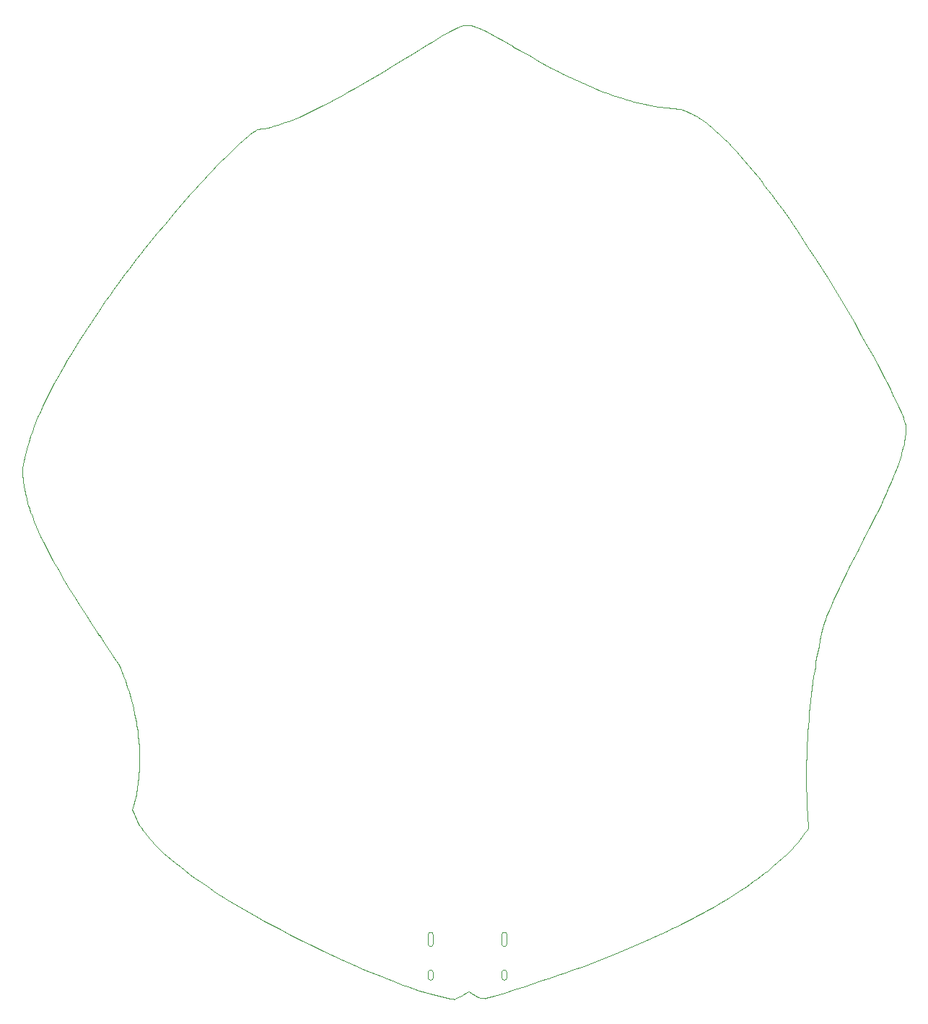
<source format=gbr>
G04 #@! TF.GenerationSoftware,KiCad,Pcbnew,(5.1.10)-1*
G04 #@! TF.CreationDate,2021-10-13T01:49:27-04:00*
G04 #@! TF.ProjectId,ScryptKeeper,53637279-7074-44b6-9565-7065722e6b69,rev?*
G04 #@! TF.SameCoordinates,Original*
G04 #@! TF.FileFunction,Profile,NP*
%FSLAX46Y46*%
G04 Gerber Fmt 4.6, Leading zero omitted, Abs format (unit mm)*
G04 Created by KiCad (PCBNEW (5.1.10)-1) date 2021-10-13 01:49:27*
%MOMM*%
%LPD*%
G01*
G04 APERTURE LIST*
G04 #@! TA.AperFunction,Profile*
%ADD10C,0.100000*%
G04 #@! TD*
G04 APERTURE END LIST*
D10*
X120373253Y-88966862D02*
X120357643Y-88866850D01*
X120357643Y-88866850D02*
X120344149Y-88802822D01*
X120344149Y-88802822D02*
X120296525Y-88604386D01*
X120296525Y-88604386D02*
X120221649Y-88362030D01*
X120221649Y-88362030D02*
X120151005Y-88157245D01*
X120151005Y-88157245D02*
X120077981Y-87958809D01*
X120077981Y-87958809D02*
X120002840Y-87768311D01*
X120002840Y-87768311D02*
X119852029Y-87403190D01*
X119852029Y-87403190D02*
X119692752Y-87034894D01*
X119692752Y-87034894D02*
X119531622Y-86672153D01*
X119531622Y-86672153D02*
X119206981Y-85969163D01*
X119206981Y-85969163D02*
X118887633Y-85301625D01*
X118887633Y-85301625D02*
X118582042Y-84678009D01*
X118582042Y-84678009D02*
X118219037Y-83953058D01*
X118219037Y-83953058D02*
X117854709Y-83239748D01*
X117854709Y-83239748D02*
X117492498Y-82542843D01*
X117492498Y-82542843D02*
X117135844Y-81866045D01*
X117135844Y-81866045D02*
X116451902Y-80592618D01*
X116451902Y-80592618D02*
X115830402Y-79455186D01*
X115830402Y-79455186D02*
X115071849Y-78101856D01*
X115071849Y-78101856D02*
X114317530Y-76778688D01*
X114317530Y-76778688D02*
X113565856Y-75483830D01*
X113565856Y-75483830D02*
X112815505Y-74214372D01*
X112815505Y-74214372D02*
X112065154Y-72968726D01*
X112065154Y-72968726D02*
X111313480Y-71744511D01*
X111313480Y-71744511D02*
X110559161Y-70539346D01*
X110559161Y-70539346D02*
X109800608Y-69350849D01*
X109800608Y-69350849D02*
X108885159Y-67943280D01*
X108885159Y-67943280D02*
X108437223Y-67265689D01*
X108437223Y-67265689D02*
X107995374Y-66604502D01*
X107995374Y-66604502D02*
X107558815Y-65958925D01*
X107558815Y-65958925D02*
X107127549Y-65328773D01*
X107127549Y-65328773D02*
X106700780Y-64713041D01*
X106700780Y-64713041D02*
X106277980Y-64111146D01*
X106277980Y-64111146D02*
X105858884Y-63522454D01*
X105858884Y-63522454D02*
X105442963Y-62946277D01*
X105442963Y-62946277D02*
X105029953Y-62381926D01*
X105029953Y-62381926D02*
X104618795Y-61828767D01*
X104618795Y-61828767D02*
X104209488Y-61286165D01*
X104209488Y-61286165D02*
X103801505Y-60753405D01*
X103801505Y-60753405D02*
X103394580Y-60229853D01*
X103394580Y-60229853D02*
X102987654Y-59714820D01*
X102987654Y-59714820D02*
X102443941Y-59040113D01*
X102443941Y-59040113D02*
X101921394Y-58406337D01*
X101921394Y-58406337D02*
X101416574Y-57809601D01*
X101416574Y-57809601D02*
X100926306Y-57245939D01*
X100926306Y-57245939D02*
X100446621Y-56711433D01*
X100446621Y-56711433D02*
X99974345Y-56202141D01*
X99974345Y-56202141D02*
X99505772Y-55714096D01*
X99505772Y-55714096D02*
X99037464Y-55243407D01*
X99037464Y-55243407D02*
X98730286Y-54945965D01*
X98730286Y-54945965D02*
X98430516Y-54664107D01*
X98430516Y-54664107D02*
X98137625Y-54396828D01*
X98137625Y-54396828D02*
X97849762Y-54143069D01*
X97849762Y-54143069D02*
X97566131Y-53901877D01*
X97566131Y-53901877D02*
X97285411Y-53672168D01*
X97285411Y-53672168D02*
X97006278Y-53452936D01*
X97006278Y-53452936D02*
X96727675Y-53243177D01*
X96727675Y-53243177D02*
X96504633Y-53080777D01*
X96504633Y-53080777D02*
X96277888Y-52928326D01*
X96277888Y-52928326D02*
X96071515Y-52788098D01*
X96071515Y-52788098D02*
X95910120Y-52690203D01*
X95910120Y-52690203D02*
X95648450Y-52532778D01*
X95648450Y-52532778D02*
X95513249Y-52456552D01*
X95513249Y-52456552D02*
X95373021Y-52383289D01*
X95373021Y-52383289D02*
X95169030Y-52280341D01*
X95169030Y-52280341D02*
X94976150Y-52188823D01*
X94976150Y-52188823D02*
X94791208Y-52107226D01*
X94791208Y-52107226D02*
X94611029Y-52034043D01*
X94611029Y-52034043D02*
X94393014Y-51954986D01*
X94393014Y-51954986D02*
X94178440Y-51887862D01*
X94178440Y-51887862D02*
X93965981Y-51831639D01*
X93965981Y-51831639D02*
X93753787Y-51785337D01*
X93753787Y-51785337D02*
X93640018Y-51769462D01*
X93640018Y-51769462D02*
X93259286Y-51745624D01*
X93259286Y-51745624D02*
X92874850Y-51714800D01*
X92874850Y-51714800D02*
X92486975Y-51676991D01*
X92486975Y-51676991D02*
X92095660Y-51632198D01*
X92095660Y-51632198D02*
X91701170Y-51580499D01*
X91701170Y-51580499D02*
X91303505Y-51521841D01*
X91303505Y-51521841D02*
X90902666Y-51456305D01*
X90902666Y-51456305D02*
X90498651Y-51383836D01*
X90498651Y-51383836D02*
X90091990Y-51304488D01*
X90091990Y-51304488D02*
X89682419Y-51218288D01*
X89682419Y-51218288D02*
X89270203Y-51125235D01*
X89270203Y-51125235D02*
X88855340Y-51025329D01*
X88855340Y-51025329D02*
X88437832Y-50918624D01*
X88437832Y-50918624D02*
X88017942Y-50805092D01*
X88017942Y-50805092D02*
X87595671Y-50684761D01*
X87595671Y-50684761D02*
X87171019Y-50557683D01*
X87171019Y-50557683D02*
X86590794Y-50373746D01*
X86590794Y-50373746D02*
X86002631Y-50175681D01*
X86002631Y-50175681D02*
X85407853Y-49964228D01*
X85407853Y-49964228D02*
X84808314Y-49740128D01*
X84808314Y-49740128D02*
X84419380Y-49588656D01*
X84419380Y-49588656D02*
X84030446Y-49433215D01*
X84030446Y-49433215D02*
X83289356Y-49125772D01*
X83289356Y-49125772D02*
X82534771Y-48797216D01*
X82534771Y-48797216D02*
X81761667Y-48445376D01*
X81761667Y-48445376D02*
X80963956Y-48067978D01*
X80963956Y-48067978D02*
X80247736Y-47717277D01*
X80247736Y-47717277D02*
X79512466Y-47345991D01*
X79512466Y-47345991D02*
X78752855Y-46951395D01*
X78752855Y-46951395D02*
X77963610Y-46530765D01*
X77963610Y-46530765D02*
X77175160Y-46096244D01*
X77175160Y-46096244D02*
X76413167Y-45667888D01*
X76413167Y-45667888D02*
X75013535Y-44866552D01*
X75013535Y-44866552D02*
X74352084Y-44485556D01*
X74352084Y-44485556D02*
X74278001Y-44443223D01*
X74278001Y-44443223D02*
X73125752Y-43782433D01*
X73125752Y-43782433D02*
X72584420Y-43478085D01*
X72584420Y-43478085D02*
X72044940Y-43181173D01*
X72044940Y-43181173D02*
X71674527Y-42982896D01*
X71674527Y-42982896D02*
X71289826Y-42783641D01*
X71289826Y-42783641D02*
X70891897Y-42587348D01*
X70891897Y-42587348D02*
X70481268Y-42398014D01*
X70481268Y-42398014D02*
X70291034Y-42316285D01*
X70291034Y-42316285D02*
X70082015Y-42232307D01*
X70082015Y-42232307D02*
X69855799Y-42149837D01*
X69855799Y-42149837D02*
X69613443Y-42072580D01*
X69613443Y-42072580D02*
X69594922Y-42067288D01*
X69594922Y-42067288D02*
X69380612Y-42011726D01*
X69380612Y-42011726D02*
X69268694Y-41987623D01*
X69268694Y-41987623D02*
X69139579Y-41965742D01*
X69139579Y-41965742D02*
X68994060Y-41950344D01*
X68994060Y-41950344D02*
X68832930Y-41945581D01*
X68832930Y-41945581D02*
X68672859Y-41953519D01*
X68672859Y-41953519D02*
X68592691Y-41963440D01*
X68592691Y-41963440D02*
X68512787Y-41977331D01*
X68512787Y-41977331D02*
X68467809Y-41990560D01*
X68467809Y-41990560D02*
X68231538Y-42061335D01*
X68231538Y-42061335D02*
X68119620Y-42100678D01*
X68119620Y-42100678D02*
X68015375Y-42144017D01*
X68015375Y-42144017D02*
X67795773Y-42236620D01*
X67795773Y-42236620D02*
X67599984Y-42331869D01*
X67599984Y-42331869D02*
X67435150Y-42411032D01*
X67435150Y-42411032D02*
X67274285Y-42492919D01*
X67274285Y-42492919D02*
X66962344Y-42659949D01*
X66962344Y-42659949D02*
X66816825Y-42739323D01*
X66816825Y-42739323D02*
X66483718Y-42924292D01*
X66483718Y-42924292D02*
X66131561Y-43125611D01*
X66131561Y-43125611D02*
X65327235Y-43599211D01*
X65327235Y-43599211D02*
X64829559Y-43897393D01*
X64829559Y-43897393D02*
X64333470Y-44198803D01*
X64333470Y-44198803D02*
X63353463Y-44800407D01*
X63353463Y-44800407D02*
X62416848Y-45374547D01*
X62416848Y-45374547D02*
X61305609Y-46054519D01*
X61305609Y-46054519D02*
X60145687Y-46763463D01*
X60145687Y-46763463D02*
X58970684Y-47475635D01*
X58970684Y-47475635D02*
X57785891Y-48182357D01*
X57785891Y-48182357D02*
X57191378Y-48530968D01*
X57191378Y-48530968D02*
X56596072Y-48874950D01*
X56596072Y-48874950D02*
X55754176Y-49358550D01*
X55754176Y-49358550D02*
X54946411Y-49814343D01*
X54946411Y-49814343D02*
X54169602Y-50244022D01*
X54169602Y-50244022D02*
X53420839Y-50649281D01*
X53420839Y-50649281D02*
X52696681Y-51031864D01*
X52696681Y-51031864D02*
X51993955Y-51393467D01*
X51993955Y-51393467D02*
X51309749Y-51735781D01*
X51309749Y-51735781D02*
X50640360Y-52060501D01*
X50640360Y-52060501D02*
X49967002Y-52371833D01*
X49967002Y-52371833D02*
X49599499Y-52537170D01*
X49599499Y-52537170D02*
X49215328Y-52705734D01*
X49215328Y-52705734D02*
X48817134Y-52875198D01*
X48817134Y-52875198D02*
X48407563Y-53043127D01*
X48407563Y-53043127D02*
X47989526Y-53207141D01*
X47989526Y-53207141D02*
X47565932Y-53364884D01*
X47565932Y-53364884D02*
X47112441Y-53524082D01*
X47112441Y-53524082D02*
X46680910Y-53664680D01*
X46680910Y-53664680D02*
X46270016Y-53787181D01*
X46270016Y-53787181D02*
X45877642Y-53892061D01*
X45877642Y-53892061D02*
X45501938Y-53979822D01*
X45501938Y-53979822D02*
X45141050Y-54050968D01*
X45141050Y-54050968D02*
X44793391Y-54106001D01*
X44793391Y-54106001D02*
X44457109Y-54145397D01*
X44457109Y-54145397D02*
X44229569Y-54177147D01*
X44229569Y-54177147D02*
X44062883Y-54304145D01*
X44062883Y-54304145D02*
X43748032Y-54547692D01*
X43748032Y-54547692D02*
X43438208Y-54794916D01*
X43438208Y-54794916D02*
X43133676Y-55045421D01*
X43133676Y-55045421D02*
X42833641Y-55298889D01*
X42833641Y-55298889D02*
X42538369Y-55554924D01*
X42538369Y-55554924D02*
X42247595Y-55813155D01*
X42247595Y-55813155D02*
X41960790Y-56073238D01*
X41960790Y-56073238D02*
X41678217Y-56334802D01*
X41678217Y-56334802D02*
X41124979Y-56860921D01*
X41124979Y-56860921D02*
X40585499Y-57388574D01*
X40585499Y-57388574D02*
X40059010Y-57914878D01*
X40059010Y-57914878D02*
X39543845Y-58436896D01*
X39543845Y-58436896D02*
X39032172Y-58965396D01*
X39032172Y-58965396D02*
X38514282Y-59509770D01*
X38514282Y-59509770D02*
X37991947Y-60068036D01*
X37991947Y-60068036D02*
X37466886Y-60638207D01*
X37466886Y-60638207D02*
X36973655Y-61179036D01*
X36973655Y-61179036D02*
X36475687Y-61732248D01*
X36475687Y-61732248D02*
X35450781Y-62889789D01*
X35450781Y-62889789D02*
X34450057Y-64055055D01*
X34450057Y-64055055D02*
X33464600Y-65226486D01*
X33464600Y-65226486D02*
X32495282Y-66403156D01*
X32495282Y-66403156D02*
X31542924Y-67583715D01*
X31542924Y-67583715D02*
X31073399Y-68175317D01*
X31073399Y-68175317D02*
X30608425Y-68767713D01*
X30608425Y-68767713D02*
X30148160Y-69360374D01*
X30148160Y-69360374D02*
X29692684Y-69953564D01*
X29692684Y-69953564D02*
X29242104Y-70546754D01*
X29242104Y-70546754D02*
X28796523Y-71140473D01*
X28796523Y-71140473D02*
X28356049Y-71733928D01*
X28356049Y-71733928D02*
X27920814Y-72327382D01*
X27920814Y-72327382D02*
X27442373Y-72983807D01*
X27442373Y-72983807D02*
X26973297Y-73635998D01*
X26973297Y-73635998D02*
X26513403Y-74283956D01*
X26513403Y-74283956D02*
X26062558Y-74927946D01*
X26062558Y-74927946D02*
X25620523Y-75568231D01*
X25620523Y-75568231D02*
X25187139Y-76205341D01*
X25187139Y-76205341D02*
X24762249Y-76839541D01*
X24762249Y-76839541D02*
X24345667Y-77470831D01*
X24345667Y-77470831D02*
X23937207Y-78099739D01*
X23937207Y-78099739D02*
X23536685Y-78726266D01*
X23536685Y-78726266D02*
X23143915Y-79350941D01*
X23143915Y-79350941D02*
X22758765Y-79974029D01*
X22758765Y-79974029D02*
X22380996Y-80595793D01*
X22380996Y-80595793D02*
X22010478Y-81216500D01*
X22010478Y-81216500D02*
X21647023Y-81836148D01*
X21647023Y-81836148D02*
X21290421Y-82455531D01*
X21290421Y-82455531D02*
X20881168Y-83187890D01*
X20881168Y-83187890D02*
X20492340Y-83903581D01*
X20492340Y-83903581D02*
X20123303Y-84603926D01*
X20123303Y-84603926D02*
X19773368Y-85289984D01*
X19773368Y-85289984D02*
X19441954Y-85962548D01*
X19441954Y-85962548D02*
X19128347Y-86623471D01*
X19128347Y-86623471D02*
X18831911Y-87273545D01*
X18831911Y-87273545D02*
X18552011Y-87913831D01*
X18552011Y-87913831D02*
X18110161Y-88982737D01*
X18110161Y-88982737D02*
X17890559Y-89601855D01*
X17890559Y-89601855D02*
X17675243Y-90198485D01*
X17675243Y-90198485D02*
X17572454Y-90503017D01*
X17572454Y-90503017D02*
X17477813Y-90810989D01*
X17477813Y-90810989D02*
X17247628Y-91562398D01*
X17247628Y-91562398D02*
X16967172Y-92710679D01*
X16967172Y-92710679D02*
X16911610Y-93020238D01*
X16911610Y-93020238D02*
X16768737Y-93890708D01*
X16768737Y-93890708D02*
X16760799Y-93983312D01*
X16760799Y-93983312D02*
X16757333Y-94205030D01*
X16757333Y-94205030D02*
X16758894Y-94428336D01*
X16758894Y-94428336D02*
X16765535Y-94653759D01*
X16765535Y-94653759D02*
X16777336Y-94881563D01*
X16777336Y-94881563D02*
X16794348Y-95112277D01*
X16794348Y-95112277D02*
X16816599Y-95346431D01*
X16816599Y-95346431D02*
X16844222Y-95584819D01*
X16844222Y-95584819D02*
X16877215Y-95827439D01*
X16877215Y-95827439D02*
X16916320Y-96081701D01*
X16916320Y-96081701D02*
X16961881Y-96341784D01*
X16961881Y-96341784D02*
X17070359Y-96885762D01*
X17070359Y-96885762D02*
X17134387Y-97169392D01*
X17134387Y-97169392D02*
X17205612Y-97449319D01*
X17205612Y-97449319D02*
X17358752Y-97997001D01*
X17358752Y-97997001D02*
X17435480Y-98264227D01*
X17435480Y-98264227D02*
X17546604Y-98602891D01*
X17546604Y-98602891D02*
X17710300Y-99093423D01*
X17710300Y-99093423D02*
X17797003Y-99339219D01*
X17797003Y-99339219D02*
X17887913Y-99581839D01*
X17887913Y-99581839D02*
X18108653Y-100152804D01*
X18108653Y-100152804D02*
X18345638Y-100729590D01*
X18345638Y-100729590D02*
X18600985Y-101316959D01*
X18600985Y-101316959D02*
X18876784Y-101918616D01*
X18876784Y-101918616D02*
X19175151Y-102539587D01*
X19175151Y-102539587D02*
X19498204Y-103184105D01*
X19498204Y-103184105D02*
X19848059Y-103856669D01*
X19848059Y-103856669D02*
X20226807Y-104561248D01*
X20226807Y-104561248D02*
X20544039Y-105130096D01*
X20544039Y-105130096D02*
X20865425Y-105695241D01*
X20865425Y-105695241D02*
X21190542Y-106255887D01*
X21190542Y-106255887D02*
X21518940Y-106812565D01*
X21518940Y-106812565D02*
X21850195Y-107365274D01*
X21850195Y-107365274D02*
X22183884Y-107913485D01*
X22183884Y-107913485D02*
X22856739Y-108997472D01*
X22856739Y-108997472D02*
X23534066Y-110064526D01*
X23534066Y-110064526D02*
X24212371Y-111114118D01*
X24212371Y-111114118D02*
X24888216Y-112145982D01*
X24888216Y-112145982D02*
X25558108Y-113160120D01*
X25558108Y-113160120D02*
X25708919Y-113493492D01*
X25708919Y-113493492D02*
X25759189Y-113464388D01*
X25759189Y-113464388D02*
X25954979Y-113760718D01*
X25954979Y-113760718D02*
X26417995Y-114464503D01*
X26417995Y-114464503D02*
X26927631Y-115236020D01*
X26927631Y-115236020D02*
X27431340Y-116009654D01*
X27431340Y-116009654D02*
X27505422Y-116126070D01*
X27505422Y-116126070D02*
X27737248Y-116488545D01*
X27737248Y-116488545D02*
X27963147Y-116851021D01*
X27963147Y-116851021D02*
X28129833Y-117131476D01*
X28129833Y-117131476D02*
X28201269Y-117258475D01*
X28201269Y-117258475D02*
X28219790Y-117295516D01*
X28219790Y-117295516D02*
X28267415Y-117385474D01*
X28267415Y-117385474D02*
X28291227Y-117435744D01*
X28291227Y-117435744D02*
X28326601Y-117516177D01*
X28326601Y-117516177D02*
X28367955Y-117626242D01*
X28367955Y-117626242D02*
X28582266Y-118234778D01*
X28582266Y-118234778D02*
X28598141Y-118277111D01*
X28598141Y-118277111D02*
X28822240Y-118904696D01*
X28822240Y-118904696D02*
X29033693Y-119536250D01*
X29033693Y-119536250D02*
X29231758Y-120169127D01*
X29231758Y-120169127D02*
X29415695Y-120801211D01*
X29415695Y-120801211D02*
X29581508Y-121401544D01*
X29581508Y-121401544D02*
X29738139Y-122026484D01*
X29738139Y-122026484D02*
X29886358Y-122679734D01*
X29886358Y-122679734D02*
X30026876Y-123364998D01*
X30026876Y-123364998D02*
X30088074Y-123703132D01*
X30088074Y-123703132D02*
X30144694Y-124041001D01*
X30144694Y-124041001D02*
X30196737Y-124378606D01*
X30196737Y-124378606D02*
X30244203Y-124715682D01*
X30244203Y-124715682D02*
X30287065Y-125052229D01*
X30287065Y-125052229D02*
X30325376Y-125387981D01*
X30325376Y-125387981D02*
X30359110Y-125723205D01*
X30359110Y-125723205D02*
X30388267Y-126057900D01*
X30388267Y-126057900D02*
X30412873Y-126391536D01*
X30412873Y-126391536D02*
X30432902Y-126724379D01*
X30432902Y-126724379D02*
X30448380Y-127056163D01*
X30448380Y-127056163D02*
X30459307Y-127387153D01*
X30459307Y-127387153D02*
X30465683Y-127716821D01*
X30465683Y-127716821D02*
X30467483Y-128045430D01*
X30467483Y-128045430D02*
X30464757Y-128372716D01*
X30464757Y-128372716D02*
X30457481Y-128698944D01*
X30457481Y-128698944D02*
X30445655Y-129023585D01*
X30445655Y-129023585D02*
X30429304Y-129346902D01*
X30429304Y-129346902D02*
X30408402Y-129668897D01*
X30408402Y-129668897D02*
X30382976Y-129989040D01*
X30382976Y-129989040D02*
X30353025Y-130307595D01*
X30353025Y-130307595D02*
X30318524Y-130624563D01*
X30318524Y-130624563D02*
X30279524Y-130939678D01*
X30279524Y-130939678D02*
X30235975Y-131252942D01*
X30235975Y-131252942D02*
X30187927Y-131564089D01*
X30187927Y-131564089D02*
X30135354Y-131873383D01*
X30135354Y-131873383D02*
X30078258Y-132180826D01*
X30078258Y-132180826D02*
X30016664Y-132485888D01*
X30016664Y-132485888D02*
X29950571Y-132788833D01*
X29950571Y-132788833D02*
X29879981Y-133089396D01*
X29879981Y-133089396D02*
X29804867Y-133387843D01*
X29804867Y-133387843D02*
X29725254Y-133683644D01*
X29725254Y-133683644D02*
X29645880Y-133969392D01*
X29645880Y-133969392D02*
X29757004Y-134273659D01*
X29757004Y-134273659D02*
X29835505Y-134479768D01*
X29835505Y-134479768D02*
X29918901Y-134680320D01*
X29918901Y-134680320D02*
X30006636Y-134875051D01*
X30006636Y-134875051D02*
X30098234Y-135064491D01*
X30098234Y-135064491D02*
X30193139Y-135248375D01*
X30193139Y-135248375D02*
X30290822Y-135426438D01*
X30290822Y-135426438D02*
X30390807Y-135599209D01*
X30390807Y-135599209D02*
X30492538Y-135766159D01*
X30492538Y-135766159D02*
X30699202Y-136083921D01*
X30699202Y-136083921D02*
X30906687Y-136379193D01*
X30906687Y-136379193D02*
X31110811Y-136652504D01*
X31110811Y-136652504D02*
X31307447Y-136903592D01*
X31307447Y-136903592D02*
X31466989Y-137099117D01*
X31466989Y-137099117D02*
X31632299Y-137294377D01*
X31632299Y-137294377D02*
X31803695Y-137490431D01*
X31803695Y-137490431D02*
X31981466Y-137687544D01*
X31981466Y-137687544D02*
X32165932Y-137885450D01*
X32165932Y-137885450D02*
X32357409Y-138085209D01*
X32357409Y-138085209D02*
X32762641Y-138491076D01*
X32762641Y-138491076D02*
X33273282Y-138977904D01*
X33273282Y-138977904D02*
X33734419Y-139394883D01*
X33734419Y-139394883D02*
X34214607Y-139811333D01*
X34214607Y-139811333D02*
X34716252Y-140229900D01*
X34716252Y-140229900D02*
X35241762Y-140651642D01*
X35241762Y-140651642D02*
X35793572Y-141079204D01*
X35793572Y-141079204D02*
X36374088Y-141514175D01*
X36374088Y-141514175D02*
X36985720Y-141958935D01*
X36985720Y-141958935D02*
X37630926Y-142414807D01*
X37630926Y-142414807D02*
X38139927Y-142764583D01*
X38139927Y-142764583D02*
X38656335Y-143112507D01*
X38656335Y-143112507D02*
X39180761Y-143459372D01*
X39180761Y-143459372D02*
X39713891Y-143805179D01*
X39713891Y-143805179D02*
X40256308Y-144150192D01*
X40256308Y-144150192D02*
X40808805Y-144495470D01*
X40808805Y-144495470D02*
X41371568Y-144840748D01*
X41371568Y-144840748D02*
X41945973Y-145186555D01*
X41945973Y-145186555D02*
X42532019Y-145533685D01*
X42532019Y-145533685D02*
X43130501Y-145881873D01*
X43130501Y-145881873D02*
X43742476Y-146232178D01*
X43742476Y-146232178D02*
X44367945Y-146584599D01*
X44367945Y-146584599D02*
X45007966Y-146939666D01*
X45007966Y-146939666D02*
X45663067Y-147297379D01*
X45663067Y-147297379D02*
X46333780Y-147658797D01*
X46333780Y-147658797D02*
X47020896Y-148023918D01*
X47020896Y-148023918D02*
X48234263Y-148653885D01*
X48234263Y-148653885D02*
X49454774Y-149271416D01*
X49454774Y-149271416D02*
X50681370Y-149876247D01*
X50681370Y-149876247D02*
X51912729Y-150467585D01*
X51912729Y-150467585D02*
X53148056Y-151045430D01*
X53148056Y-151045430D02*
X54386029Y-151608722D01*
X54386029Y-151608722D02*
X55625590Y-152157462D01*
X55625590Y-152157462D02*
X56865944Y-152691121D01*
X56865944Y-152691121D02*
X57551737Y-152978456D01*
X57551737Y-152978456D02*
X58220862Y-153253885D01*
X58220862Y-153253885D02*
X58874112Y-153517671D01*
X58874112Y-153517671D02*
X59513074Y-153770346D01*
X59513074Y-153770346D02*
X60138543Y-154012437D01*
X60138543Y-154012437D02*
X60751841Y-154244475D01*
X60751841Y-154244475D02*
X61353762Y-154466987D01*
X61353762Y-154466987D02*
X61945894Y-154680768D01*
X61945894Y-154680768D02*
X62665553Y-154931591D01*
X62665553Y-154931591D02*
X63332561Y-155154632D01*
X63332561Y-155154632D02*
X63958295Y-155354655D01*
X63958295Y-155354655D02*
X64554660Y-155535364D01*
X64554660Y-155535364D02*
X65249184Y-155729566D01*
X65249184Y-155729566D02*
X65589170Y-155818994D01*
X65589170Y-155818994D02*
X65926775Y-155901808D01*
X65926775Y-155901808D02*
X66264116Y-155977214D01*
X66264116Y-155977214D02*
X66602779Y-156044417D01*
X66602779Y-156044417D02*
X66945146Y-156102096D01*
X66945146Y-156102096D02*
X67293070Y-156149191D01*
X67293070Y-156149191D02*
X67449173Y-156170358D01*
X67449173Y-156170358D02*
X67650254Y-156072463D01*
X67650254Y-156072463D02*
X68070144Y-155861063D01*
X68070144Y-155861063D02*
X68291069Y-155743853D01*
X68291069Y-155743853D02*
X68510141Y-155620030D01*
X68510141Y-155620030D02*
X68649311Y-155535893D01*
X68649311Y-155535893D02*
X68790332Y-155445936D01*
X68790332Y-155445936D02*
X69084282Y-155244325D01*
X69084282Y-155244325D02*
X69118677Y-155270783D01*
X69118677Y-155270783D02*
X69246999Y-155372118D01*
X69246999Y-155372118D02*
X69374262Y-155466573D01*
X69374262Y-155466573D02*
X69502319Y-155554943D01*
X69502319Y-155554943D02*
X69631964Y-155638550D01*
X69631964Y-155638550D02*
X69792300Y-155734064D01*
X69792300Y-155734064D02*
X69942846Y-155815026D01*
X69942846Y-155815026D02*
X70087307Y-155883287D01*
X70087307Y-155883287D02*
X70229916Y-155940172D01*
X70229916Y-155940172D02*
X70331515Y-155975097D01*
X70331515Y-155975097D02*
X70429675Y-156004730D01*
X70429675Y-156004730D02*
X70525188Y-156028807D01*
X70525188Y-156028807D02*
X70617791Y-156047592D01*
X70617791Y-156047592D02*
X70708278Y-156061086D01*
X70708278Y-156061086D02*
X70796648Y-156069288D01*
X70796648Y-156069288D02*
X70883166Y-156072198D01*
X70883166Y-156072198D02*
X70968096Y-156069817D01*
X70968096Y-156069817D02*
X71028950Y-156077754D01*
X71028950Y-156077754D02*
X71132136Y-156048650D01*
X71132136Y-156048650D02*
X72129606Y-155750468D01*
X72129606Y-155750468D02*
X73268626Y-155399105D01*
X73268626Y-155399105D02*
X74465060Y-155022606D01*
X74465060Y-155022606D02*
X75635300Y-154649548D01*
X75635300Y-154649548D02*
X77561448Y-154028312D01*
X77561448Y-154028312D02*
X78376356Y-153762673D01*
X78376356Y-153762673D02*
X78495418Y-153722986D01*
X78495418Y-153722986D02*
X79529664Y-153363156D01*
X79529664Y-153363156D02*
X80420242Y-153050157D01*
X80420242Y-153050157D02*
X81220599Y-152765204D01*
X81220599Y-152765204D02*
X82579750Y-152264617D01*
X82579750Y-152264617D02*
X83898420Y-151765883D01*
X83898420Y-151765883D02*
X85178727Y-151268206D01*
X85178727Y-151268206D02*
X86422785Y-150770795D01*
X86422785Y-150770795D02*
X87633242Y-150272854D01*
X87633242Y-150272854D02*
X88811420Y-149773061D01*
X88811420Y-149773061D02*
X89960229Y-149270622D01*
X89960229Y-149270622D02*
X91081522Y-148764744D01*
X91081522Y-148764744D02*
X91636877Y-148510746D01*
X91636877Y-148510746D02*
X92293302Y-148201187D01*
X92293302Y-148201187D02*
X93015607Y-147854586D01*
X93015607Y-147854586D02*
X93499790Y-147624401D01*
X93499790Y-147624401D02*
X93962806Y-147391570D01*
X93962806Y-147391570D02*
X94626639Y-147057405D01*
X94626639Y-147057405D02*
X95288356Y-146719535D01*
X95288356Y-146719535D02*
X95881016Y-146407330D01*
X95881016Y-146407330D02*
X96554110Y-146045648D01*
X96554110Y-146045648D02*
X97195718Y-145694020D01*
X97195718Y-145694020D02*
X97808487Y-145350595D01*
X97808487Y-145350595D02*
X98394798Y-145014048D01*
X98394798Y-145014048D02*
X98957561Y-144682793D01*
X98957561Y-144682793D02*
X99499422Y-144355507D01*
X99499422Y-144355507D02*
X100022498Y-144030337D01*
X100022498Y-144030337D02*
X100529700Y-143705961D01*
X100529700Y-143705961D02*
X101105163Y-143329463D01*
X101105163Y-143329463D02*
X101656813Y-142957198D01*
X101656813Y-142957198D02*
X102103690Y-142648432D01*
X102103690Y-142648432D02*
X102537867Y-142340725D01*
X102537867Y-142340725D02*
X102960138Y-142033811D01*
X102960138Y-142033811D02*
X103371032Y-141726898D01*
X103371032Y-141726898D02*
X103771343Y-141419455D01*
X103771343Y-141419455D02*
X104161864Y-141110954D01*
X104161864Y-141110954D02*
X104543389Y-140800865D01*
X104543389Y-140800865D02*
X104916448Y-140488660D01*
X104916448Y-140488660D02*
X105210132Y-140235721D01*
X105210132Y-140235721D02*
X105496144Y-139983311D01*
X105496144Y-139983311D02*
X105774483Y-139730901D01*
X105774483Y-139730901D02*
X106045149Y-139478491D01*
X106045149Y-139478491D02*
X106308407Y-139225816D01*
X106308407Y-139225816D02*
X106564257Y-138973406D01*
X106564257Y-138973406D02*
X106812962Y-138720203D01*
X106812962Y-138720203D02*
X107054260Y-138466999D01*
X107054260Y-138466999D02*
X107288679Y-138213001D01*
X107288679Y-138213001D02*
X107515953Y-137958475D01*
X107515953Y-137958475D02*
X107736614Y-137703154D01*
X107736614Y-137703154D02*
X107950395Y-137447040D01*
X107950395Y-137447040D02*
X108157297Y-137189868D01*
X108157297Y-137189868D02*
X108357849Y-136931637D01*
X108357849Y-136931637D02*
X108552051Y-136672348D01*
X108552051Y-136672348D02*
X108739639Y-136411471D01*
X108739639Y-136411471D02*
X108953950Y-136107204D01*
X108953950Y-136107204D02*
X108961887Y-135665354D01*
X108961887Y-135665354D02*
X108961887Y-135654771D01*
X108961887Y-135654771D02*
X108897065Y-135009194D01*
X108897065Y-135009194D02*
X108841767Y-134348800D01*
X108841767Y-134348800D02*
X108795466Y-133669886D01*
X108795466Y-133669886D02*
X108758160Y-132969277D01*
X108758160Y-132969277D02*
X108729850Y-132244061D01*
X108729850Y-132244061D02*
X108710271Y-131490535D01*
X108710271Y-131490535D02*
X108699688Y-130706053D01*
X108699688Y-130706053D02*
X108697306Y-129886912D01*
X108697306Y-129886912D02*
X108703656Y-129175719D01*
X108703656Y-129175719D02*
X108717150Y-128458970D01*
X108717150Y-128458970D02*
X108737258Y-127737723D01*
X108737258Y-127737723D02*
X108763981Y-127012507D01*
X108763981Y-127012507D02*
X108797582Y-126284116D01*
X108797582Y-126284116D02*
X108838063Y-125552815D01*
X108838063Y-125552815D02*
X108884629Y-124819398D01*
X108884629Y-124819398D02*
X108938075Y-124084657D01*
X108938075Y-124084657D02*
X108997605Y-123343566D01*
X108997605Y-123343566D02*
X109062428Y-122606445D01*
X109062428Y-122606445D02*
X109133335Y-121874614D01*
X109133335Y-121874614D02*
X109209535Y-121147811D01*
X109209535Y-121147811D02*
X109291555Y-120427094D01*
X109291555Y-120427094D02*
X109378866Y-119712990D01*
X109378866Y-119712990D02*
X109471999Y-119005766D01*
X109471999Y-119005766D02*
X109570423Y-118306215D01*
X109570423Y-118306215D02*
X109659586Y-117700325D01*
X109659586Y-117700325D02*
X109745046Y-117146293D01*
X109745046Y-117146293D02*
X109828653Y-116634594D01*
X109828653Y-116634594D02*
X109911732Y-116155174D01*
X109911732Y-116155174D02*
X109975760Y-115797990D01*
X109975760Y-115797990D02*
X110044022Y-115440806D01*
X110044022Y-115440806D02*
X110173667Y-114756600D01*
X110173667Y-114756600D02*
X110327124Y-114022653D01*
X110327124Y-114022653D02*
X110410202Y-113655944D01*
X110410202Y-113655944D02*
X110499101Y-113287119D01*
X110499101Y-113287119D02*
X110655204Y-112615084D01*
X110655204Y-112615084D02*
X110735901Y-112314785D01*
X110735901Y-112314785D02*
X110833002Y-111998611D01*
X110833002Y-111998611D02*
X110949153Y-111656508D01*
X110949153Y-111656508D02*
X111086470Y-111278952D01*
X111086470Y-111278952D02*
X111217967Y-110930763D01*
X111217967Y-110930763D02*
X111355284Y-110588660D01*
X111355284Y-110588660D02*
X111626215Y-109948111D01*
X111626215Y-109948111D02*
X111926514Y-109265492D01*
X111926514Y-109265492D02*
X112233163Y-108597162D01*
X112233163Y-108597162D02*
X112541135Y-107946029D01*
X112541135Y-107946029D02*
X112845932Y-107315533D01*
X112845932Y-107315533D02*
X113313181Y-106369392D01*
X113313181Y-106369392D02*
X113790485Y-105423781D01*
X113790485Y-105423781D02*
X114271757Y-104483990D01*
X114271757Y-104483990D02*
X114750913Y-103555841D01*
X114750913Y-103555841D02*
X115497031Y-102108585D01*
X115497031Y-102108585D02*
X116157160Y-100817696D01*
X116157160Y-100817696D02*
X116487621Y-100164181D01*
X116487621Y-100164181D02*
X116816495Y-99505111D01*
X116816495Y-99505111D02*
X117142987Y-98840484D01*
X117142987Y-98840484D02*
X117465247Y-98170566D01*
X117465247Y-98170566D02*
X117782214Y-97495091D01*
X117782214Y-97495091D02*
X118092567Y-96814325D01*
X118092567Y-96814325D02*
X118360323Y-96210817D01*
X118360323Y-96210817D02*
X118650039Y-95536665D01*
X118650039Y-95536665D02*
X118949015Y-94811449D01*
X118949015Y-94811449D02*
X119097710Y-94435745D01*
X119097710Y-94435745D02*
X119243494Y-94054748D01*
X119243494Y-94054748D02*
X119502783Y-93343026D01*
X119502783Y-93343026D02*
X119583215Y-93107285D01*
X119583215Y-93107285D02*
X119661531Y-92869427D01*
X119661531Y-92869427D02*
X119743551Y-92618075D01*
X119743551Y-92618075D02*
X119819486Y-92374396D01*
X119819486Y-92374396D02*
X119891716Y-92128601D01*
X119891716Y-92128601D02*
X119965799Y-91874604D01*
X119965799Y-91874604D02*
X120066604Y-91492549D01*
X120066604Y-91492549D02*
X120161589Y-91096736D01*
X120161589Y-91096736D02*
X120240963Y-90699865D01*
X120240963Y-90699865D02*
X120283560Y-90477618D01*
X120283560Y-90477618D02*
X120312400Y-90279182D01*
X120312400Y-90279182D02*
X120370607Y-89842624D01*
X120370607Y-89842624D02*
X120402357Y-89257901D01*
X120402357Y-89257901D02*
X120389657Y-89115292D01*
X120389657Y-89115292D02*
X120373253Y-88966862D01*
X120373253Y-88966862D02*
X120373253Y-88966862D01*
X120373253Y-88966862D02*
X120373253Y-88966862D01*
X72985000Y-153045000D02*
X72985000Y-153645000D01*
X73585000Y-153645000D02*
X73585000Y-153045000D01*
X64345000Y-153045000D02*
X64345000Y-153645000D01*
X64945000Y-153645000D02*
X64945000Y-153045000D01*
X64345000Y-148615000D02*
X64345000Y-149715000D01*
X64945000Y-149715000D02*
X64945000Y-148615000D01*
X72985000Y-148615000D02*
X72985000Y-149715000D01*
X73585000Y-149715000D02*
X73585000Y-148615000D01*
X73285000Y-152745000D02*
G75*
G02*
X73585000Y-153045000I0J-300000D01*
G01*
X72985000Y-153045000D02*
G75*
G02*
X73285000Y-152745000I300000J0D01*
G01*
X73285000Y-153945000D02*
G75*
G02*
X72985000Y-153645000I0J300000D01*
G01*
X73585000Y-153645000D02*
G75*
G02*
X73285000Y-153945000I-300000J0D01*
G01*
X64645000Y-152745000D02*
G75*
G02*
X64945000Y-153045000I0J-300000D01*
G01*
X64345000Y-153045000D02*
G75*
G02*
X64645000Y-152745000I300000J0D01*
G01*
X64645000Y-153945000D02*
G75*
G02*
X64345000Y-153645000I0J300000D01*
G01*
X64945000Y-153645000D02*
G75*
G02*
X64645000Y-153945000I-300000J0D01*
G01*
X64645000Y-148315000D02*
G75*
G02*
X64945000Y-148615000I0J-300000D01*
G01*
X64345000Y-148615000D02*
G75*
G02*
X64645000Y-148315000I300000J0D01*
G01*
X64645000Y-150015000D02*
G75*
G02*
X64345000Y-149715000I0J300000D01*
G01*
X64945000Y-149715000D02*
G75*
G02*
X64645000Y-150015000I-300000J0D01*
G01*
X73285000Y-148315000D02*
G75*
G02*
X73585000Y-148615000I0J-300000D01*
G01*
X72985000Y-148615000D02*
G75*
G02*
X73285000Y-148315000I300000J0D01*
G01*
X73285000Y-150015000D02*
G75*
G02*
X72985000Y-149715000I0J300000D01*
G01*
X73585000Y-149715000D02*
G75*
G02*
X73285000Y-150015000I-300000J0D01*
G01*
M02*

</source>
